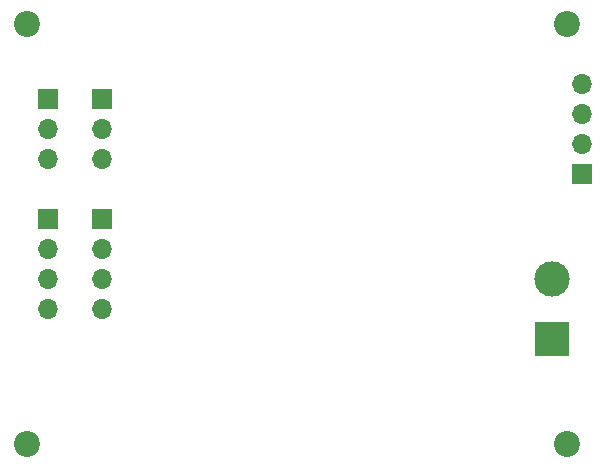
<source format=gbr>
%TF.GenerationSoftware,KiCad,Pcbnew,7.0.9*%
%TF.CreationDate,2024-03-19T08:45:44+01:00*%
%TF.ProjectId,soil_moister_air,736f696c-5f6d-46f6-9973-7465725f6169,rev?*%
%TF.SameCoordinates,Original*%
%TF.FileFunction,Soldermask,Bot*%
%TF.FilePolarity,Negative*%
%FSLAX46Y46*%
G04 Gerber Fmt 4.6, Leading zero omitted, Abs format (unit mm)*
G04 Created by KiCad (PCBNEW 7.0.9) date 2024-03-19 08:45:44*
%MOMM*%
%LPD*%
G01*
G04 APERTURE LIST*
%ADD10R,1.700000X1.700000*%
%ADD11O,1.700000X1.700000*%
%ADD12R,3.000000X3.000000*%
%ADD13C,3.000000*%
%ADD14C,2.200000*%
G04 APERTURE END LIST*
D10*
%TO.C,J4*%
X123190000Y-87645000D03*
D11*
X123190000Y-90185000D03*
X123190000Y-92725000D03*
%TD*%
D12*
%TO.C,J5*%
X161290000Y-107950000D03*
D13*
X161290000Y-102870000D03*
%TD*%
D14*
%TO.C,REF\u002A\u002A*%
X162560000Y-116840000D03*
%TD*%
%TO.C,REF\u002A\u002A*%
X116840000Y-116840000D03*
%TD*%
%TO.C,REF\u002A\u002A*%
X162560000Y-81280000D03*
%TD*%
D10*
%TO.C,J1*%
X118540000Y-97800000D03*
D11*
X118540000Y-100340000D03*
X118540000Y-102880000D03*
X118540000Y-105420000D03*
%TD*%
D10*
%TO.C,J2*%
X123190000Y-97800000D03*
D11*
X123190000Y-100340000D03*
X123190000Y-102880000D03*
X123190000Y-105420000D03*
%TD*%
D10*
%TO.C,J6*%
X163830000Y-93980000D03*
D11*
X163830000Y-91440000D03*
X163830000Y-88900000D03*
X163830000Y-86360000D03*
%TD*%
D14*
%TO.C,REF\u002A\u002A*%
X116840000Y-81280000D03*
%TD*%
D10*
%TO.C,J3*%
X118540000Y-87645000D03*
D11*
X118540000Y-90185000D03*
X118540000Y-92725000D03*
%TD*%
M02*

</source>
